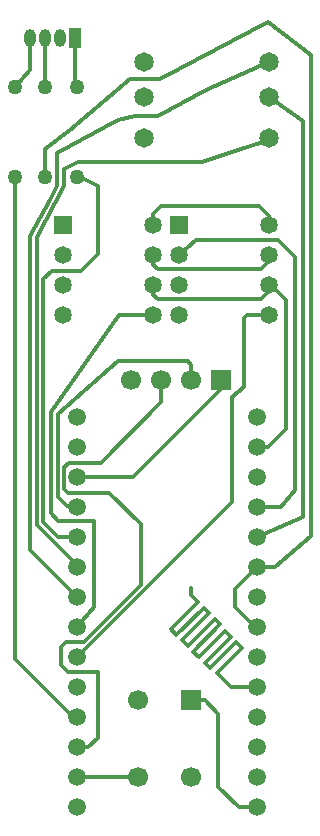
<source format=gbr>
G04 DipTrace 3.3.1.3*
G04 Top.gbr*
%MOIN*%
G04 #@! TF.FileFunction,Copper,L1,Top*
G04 #@! TF.Part,Single*
G04 #@! TA.AperFunction,Conductor*
%ADD14C,0.012992*%
G04 #@! TA.AperFunction,ComponentPad*
%ADD15R,0.066929X0.066929*%
%ADD16C,0.066929*%
%ADD17C,0.059055*%
%ADD18C,0.05*%
%ADD19C,0.05*%
%ADD20O,0.03937X0.059055*%
%ADD21R,0.041339X0.066929*%
%ADD23R,0.0585X0.0585*%
%ADD24C,0.0585*%
%ADD25C,0.064961*%
%FSLAX26Y26*%
G04*
G70*
G90*
G75*
G01*
G04 Top*
%LPD*%
X656202Y856202D2*
D14*
X643701D1*
X449951Y1049951D1*
Y2656201D1*
X656202Y1556202D2*
X668815Y1559567D1*
X621585D1*
X591538Y1589614D1*
Y1866924D1*
X792055Y2042261D1*
X1026391D1*
X1037451Y2031201D1*
Y1981201D1*
X909399Y2396123D2*
Y2364874D1*
X924955Y2349318D1*
X1269038D1*
X1296888Y2377168D1*
Y2396123D1*
X499951Y3118699D2*
X499953Y3012450D1*
X449951Y2956201D1*
X549953Y3118699D2*
Y2956201D1*
X649951Y3118699D2*
Y2957110D1*
X656322D1*
X909399Y2496123D2*
Y2533622D1*
X936420Y2560643D1*
X1263824D1*
X1296888Y2527579D1*
Y2496123D1*
X656202Y656202D2*
X859944D1*
X860286Y656545D1*
X1294499Y2923445D2*
X1409591Y2844083D1*
Y1524748D1*
X1256202Y1456202D1*
Y956202D2*
X1168701D1*
X1121827Y1003076D1*
X1206202Y1087450D1*
X1187451Y1106201D1*
X1099953Y1018701D1*
X1081202Y1037451D1*
X1168702Y1124950D1*
X1149951Y1143701D1*
X1062451Y1056201D1*
X1043702Y1074951D1*
X1134325Y1165575D1*
X1115576Y1184325D1*
X1024951Y1093701D1*
X1006201Y1112450D1*
X1096825Y1203075D1*
X1078076Y1221825D1*
X987451Y1131201D1*
X968701Y1149950D1*
X1059325Y1240575D1*
X1037451Y1262450D1*
Y1287450D1*
X656202Y1056201D2*
X1173298Y1573297D1*
Y1924950D1*
X1212451Y1956201D1*
Y2186482D1*
X1222093Y2196123D1*
X1296888D1*
X656202Y1156202D2*
X712451Y1224951D1*
Y1511886D1*
X594266D1*
X568701Y1537451D1*
Y1874950D1*
X796900Y2196123D1*
X909399D1*
X656202Y1356201D2*
X662451D1*
X521471Y1497181D1*
Y2457936D1*
X614087Y2625501D1*
Y2682572D1*
X658631Y2706822D1*
X1072408D1*
X1171993Y2740392D1*
X1294507Y2780366D1*
Y2785664D1*
X656202Y1256202D2*
X499953Y1412451D1*
Y2461780D1*
X564982Y2578941D1*
X590513Y2626552D1*
Y2736638D1*
X793476Y2845833D1*
X849178Y2860039D1*
X926938D1*
X1087530Y2948249D1*
X1294507Y3041570D1*
X1037451Y912450D2*
X1081202D1*
X1127290Y866362D1*
Y622612D1*
X1194517Y555385D1*
X1260412D1*
X1256202Y556202D1*
X656202Y1456202D2*
X593701D1*
X543846Y1506056D1*
Y2315769D1*
X571900Y2343823D1*
X668444D1*
X725097Y2400476D1*
Y2625856D1*
X674039Y2653471D1*
X654501D1*
X656322Y2657110D1*
X909399Y2296123D2*
Y2264874D1*
X925602Y2248671D1*
X1268391D1*
X1296888Y2277168D1*
Y2296123D1*
X1256202Y1756202D2*
X1293388D1*
X1354160Y1816974D1*
Y2245307D1*
X1300115Y2299352D1*
X1296888Y2296123D1*
X656202Y1656201D2*
X843702D1*
X1137451Y1949950D1*
Y1981201D1*
X1256202Y1356201D2*
X1316835D1*
X1436415Y1459066D1*
Y3064908D1*
X1292825Y3174185D1*
X933751Y2984671D1*
X834096D1*
X698373Y2868643D1*
X631343Y2813932D1*
X550583Y2750971D1*
X549953Y2656201D1*
X1256202Y1156202D2*
X1237451Y1168701D1*
X1182056Y1224096D1*
Y1282055D1*
X1256202Y1356201D1*
Y1556202D2*
X1337453D1*
X1382301Y1614442D1*
Y2391529D1*
X1327058Y2446772D1*
X1054155D1*
X996888Y2396123D1*
X656202Y756201D2*
X693701D1*
X724951Y787451D1*
Y1006570D1*
X624583D1*
X602240Y1028912D1*
Y1089740D1*
X620050Y1107550D1*
X679028D1*
X868701Y1297223D1*
Y1499450D1*
X763434Y1604717D1*
X626436D1*
X613936Y1617217D1*
Y1688936D1*
X629869Y1704869D1*
X736119D1*
X937451Y1906201D1*
Y1981201D1*
D15*
X1137451D3*
D16*
X1037451D3*
X937451D3*
X837451D3*
D17*
X656202Y556202D3*
Y656202D3*
Y756201D3*
Y856202D3*
Y956202D3*
Y1056201D3*
Y1156202D3*
Y1256202D3*
Y1356201D3*
Y1456202D3*
Y1556202D3*
Y1656201D3*
X1256202Y556202D3*
Y656202D3*
Y756201D3*
Y856202D3*
Y956202D3*
Y1056201D3*
Y1156202D3*
Y1256202D3*
Y1356201D3*
Y1456202D3*
Y1556202D3*
Y1656201D3*
X656202Y1756202D3*
Y1856202D3*
X1256202Y1756202D3*
Y1856202D3*
D18*
X656322Y2957110D3*
D19*
Y2657110D3*
D18*
X549953Y2956201D3*
D19*
Y2656201D3*
D18*
X449951Y2956201D3*
D19*
Y2656201D3*
D20*
X499952Y3118699D3*
X599952D3*
D21*
X649952D3*
D20*
X549952D3*
D15*
X1037451Y912450D3*
D16*
X860286D3*
Y656545D3*
X1037451D3*
D23*
X996888Y2496123D3*
D24*
Y2396123D3*
Y2296123D3*
Y2196123D3*
X1296888D3*
Y2296123D3*
Y2396123D3*
Y2496123D3*
D23*
X609399D3*
D24*
Y2396123D3*
Y2296123D3*
Y2196123D3*
X909399D3*
Y2296123D3*
Y2396123D3*
Y2496123D3*
D25*
X1294507Y3041570D3*
Y2785664D3*
X881121Y2923459D3*
X1294499Y2923445D3*
X881113Y3041555D3*
Y2785650D3*
M02*

</source>
